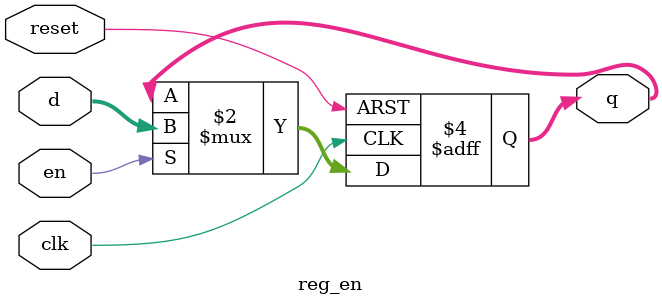
<source format=v>

module reg_en
    #(
        parameter N = 32,
		parameter rstval = 0
    )
    (
        input wire clk, reset,
        input wire en,
        input wire [N-1:0] d,
        output reg [N-1:0] q
    );
    
    always @(posedge clk, posedge reset)
        if (reset)
            q <= rstval;
        else if (en)
            q <= d;
endmodule

</source>
